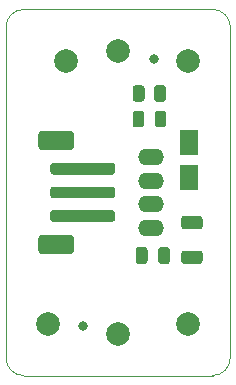
<source format=gbr>
G04 #@! TF.GenerationSoftware,KiCad,Pcbnew,5.1.9*
G04 #@! TF.CreationDate,2021-04-02T13:00:30+02:00*
G04 #@! TF.ProjectId,pressureSensorHolder,70726573-7375-4726-9553-656e736f7248,rev?*
G04 #@! TF.SameCoordinates,Original*
G04 #@! TF.FileFunction,Soldermask,Top*
G04 #@! TF.FilePolarity,Negative*
%FSLAX46Y46*%
G04 Gerber Fmt 4.6, Leading zero omitted, Abs format (unit mm)*
G04 Created by KiCad (PCBNEW 5.1.9) date 2021-04-02 13:00:30*
%MOMM*%
%LPD*%
G01*
G04 APERTURE LIST*
G04 #@! TA.AperFunction,Profile*
%ADD10C,0.050000*%
G04 #@! TD*
%ADD11O,2.200000X1.400000*%
%ADD12C,2.000000*%
%ADD13C,0.800000*%
%ADD14R,1.500000X1.500000*%
%ADD15C,0.100000*%
G04 APERTURE END LIST*
D10*
X140942200Y-99157400D02*
G75*
G02*
X139442200Y-97657400I0J1500000D01*
G01*
X139442200Y-69657400D02*
G75*
G02*
X140942200Y-68157400I1500000J0D01*
G01*
X158442200Y-97657400D02*
G75*
G02*
X156942200Y-99157400I-1500000J0D01*
G01*
X156942200Y-68157400D02*
G75*
G02*
X158442200Y-69657400I0J-1500000D01*
G01*
X158442200Y-97657400D02*
X158442200Y-69657400D01*
X140942200Y-99157400D02*
X156942200Y-99157400D01*
X139442200Y-69657400D02*
X139442200Y-97657400D01*
X156942200Y-68157400D02*
X140942200Y-68157400D01*
G36*
G01*
X152338200Y-89472400D02*
X152338200Y-88522400D01*
G75*
G02*
X152588200Y-88272400I250000J0D01*
G01*
X153088200Y-88272400D01*
G75*
G02*
X153338200Y-88522400I0J-250000D01*
G01*
X153338200Y-89472400D01*
G75*
G02*
X153088200Y-89722400I-250000J0D01*
G01*
X152588200Y-89722400D01*
G75*
G02*
X152338200Y-89472400I0J250000D01*
G01*
G37*
G36*
G01*
X150438200Y-89472400D02*
X150438200Y-88522400D01*
G75*
G02*
X150688200Y-88272400I250000J0D01*
G01*
X151188200Y-88272400D01*
G75*
G02*
X151438200Y-88522400I0J-250000D01*
G01*
X151438200Y-89472400D01*
G75*
G02*
X151188200Y-89722400I-250000J0D01*
G01*
X150688200Y-89722400D01*
G75*
G02*
X150438200Y-89472400I0J250000D01*
G01*
G37*
G36*
G01*
X154540199Y-88578400D02*
X155840201Y-88578400D01*
G75*
G02*
X156090200Y-88828399I0J-249999D01*
G01*
X156090200Y-89478401D01*
G75*
G02*
X155840201Y-89728400I-249999J0D01*
G01*
X154540199Y-89728400D01*
G75*
G02*
X154290200Y-89478401I0J249999D01*
G01*
X154290200Y-88828399D01*
G75*
G02*
X154540199Y-88578400I249999J0D01*
G01*
G37*
G36*
G01*
X154540199Y-85628400D02*
X155840201Y-85628400D01*
G75*
G02*
X156090200Y-85878399I0J-249999D01*
G01*
X156090200Y-86528401D01*
G75*
G02*
X155840201Y-86778400I-249999J0D01*
G01*
X154540199Y-86778400D01*
G75*
G02*
X154290200Y-86528401I0J249999D01*
G01*
X154290200Y-85878399D01*
G75*
G02*
X154540199Y-85628400I249999J0D01*
G01*
G37*
G36*
G01*
X144942200Y-80057400D02*
X142442200Y-80057400D01*
G75*
G02*
X142192200Y-79807400I0J250000D01*
G01*
X142192200Y-78707400D01*
G75*
G02*
X142442200Y-78457400I250000J0D01*
G01*
X144942200Y-78457400D01*
G75*
G02*
X145192200Y-78707400I0J-250000D01*
G01*
X145192200Y-79807400D01*
G75*
G02*
X144942200Y-80057400I-250000J0D01*
G01*
G37*
G36*
G01*
X144942200Y-88857400D02*
X142442200Y-88857400D01*
G75*
G02*
X142192200Y-88607400I0J250000D01*
G01*
X142192200Y-87507400D01*
G75*
G02*
X142442200Y-87257400I250000J0D01*
G01*
X144942200Y-87257400D01*
G75*
G02*
X145192200Y-87507400I0J-250000D01*
G01*
X145192200Y-88607400D01*
G75*
G02*
X144942200Y-88857400I-250000J0D01*
G01*
G37*
G36*
G01*
X148442200Y-82157400D02*
X143442200Y-82157400D01*
G75*
G02*
X143192200Y-81907400I0J250000D01*
G01*
X143192200Y-81407400D01*
G75*
G02*
X143442200Y-81157400I250000J0D01*
G01*
X148442200Y-81157400D01*
G75*
G02*
X148692200Y-81407400I0J-250000D01*
G01*
X148692200Y-81907400D01*
G75*
G02*
X148442200Y-82157400I-250000J0D01*
G01*
G37*
G36*
G01*
X148442200Y-84157400D02*
X143442200Y-84157400D01*
G75*
G02*
X143192200Y-83907400I0J250000D01*
G01*
X143192200Y-83407400D01*
G75*
G02*
X143442200Y-83157400I250000J0D01*
G01*
X148442200Y-83157400D01*
G75*
G02*
X148692200Y-83407400I0J-250000D01*
G01*
X148692200Y-83907400D01*
G75*
G02*
X148442200Y-84157400I-250000J0D01*
G01*
G37*
G36*
G01*
X148442200Y-86157400D02*
X143442200Y-86157400D01*
G75*
G02*
X143192200Y-85907400I0J250000D01*
G01*
X143192200Y-85407400D01*
G75*
G02*
X143442200Y-85157400I250000J0D01*
G01*
X148442200Y-85157400D01*
G75*
G02*
X148692200Y-85407400I0J-250000D01*
G01*
X148692200Y-85907400D01*
G75*
G02*
X148442200Y-86157400I-250000J0D01*
G01*
G37*
G36*
G01*
X151985700Y-75731402D02*
X151985700Y-74831398D01*
G75*
G02*
X152235698Y-74581400I249998J0D01*
G01*
X152760702Y-74581400D01*
G75*
G02*
X153010700Y-74831398I0J-249998D01*
G01*
X153010700Y-75731402D01*
G75*
G02*
X152760702Y-75981400I-249998J0D01*
G01*
X152235698Y-75981400D01*
G75*
G02*
X151985700Y-75731402I0J249998D01*
G01*
G37*
G36*
G01*
X150160700Y-75731402D02*
X150160700Y-74831398D01*
G75*
G02*
X150410698Y-74581400I249998J0D01*
G01*
X150935702Y-74581400D01*
G75*
G02*
X151185700Y-74831398I0J-249998D01*
G01*
X151185700Y-75731402D01*
G75*
G02*
X150935702Y-75981400I-249998J0D01*
G01*
X150410698Y-75981400D01*
G75*
G02*
X150160700Y-75731402I0J249998D01*
G01*
G37*
G36*
G01*
X152035700Y-77896650D02*
X152035700Y-76984150D01*
G75*
G02*
X152279450Y-76740400I243750J0D01*
G01*
X152766950Y-76740400D01*
G75*
G02*
X153010700Y-76984150I0J-243750D01*
G01*
X153010700Y-77896650D01*
G75*
G02*
X152766950Y-78140400I-243750J0D01*
G01*
X152279450Y-78140400D01*
G75*
G02*
X152035700Y-77896650I0J243750D01*
G01*
G37*
G36*
G01*
X150160700Y-77896650D02*
X150160700Y-76984150D01*
G75*
G02*
X150404450Y-76740400I243750J0D01*
G01*
X150891950Y-76740400D01*
G75*
G02*
X151135700Y-76984150I0J-243750D01*
G01*
X151135700Y-77896650D01*
G75*
G02*
X150891950Y-78140400I-243750J0D01*
G01*
X150404450Y-78140400D01*
G75*
G02*
X150160700Y-77896650I0J243750D01*
G01*
G37*
D11*
X151692200Y-80657400D03*
X151692200Y-82657400D03*
X151692200Y-84657400D03*
X151692200Y-86657400D03*
D12*
X154892200Y-72557400D03*
X144492200Y-72557400D03*
X142992200Y-94757400D03*
X154892200Y-94757400D03*
D13*
X151942200Y-72357400D03*
D12*
X148942200Y-71657400D03*
D13*
X145942200Y-94957400D03*
D12*
X148942200Y-95657400D03*
D14*
X154942200Y-79707400D03*
X154942200Y-82107400D03*
D15*
G36*
X154942200Y-81907400D02*
G01*
X155692200Y-82407400D01*
X155692200Y-83407400D01*
X154192200Y-83407400D01*
X154192200Y-82407400D01*
X154942200Y-81907400D01*
G37*
G36*
X154942200Y-79907400D02*
G01*
X154192200Y-79407400D01*
X154192200Y-78407400D01*
X155692200Y-78407400D01*
X155692200Y-79407400D01*
X154942200Y-79907400D01*
G37*
M02*

</source>
